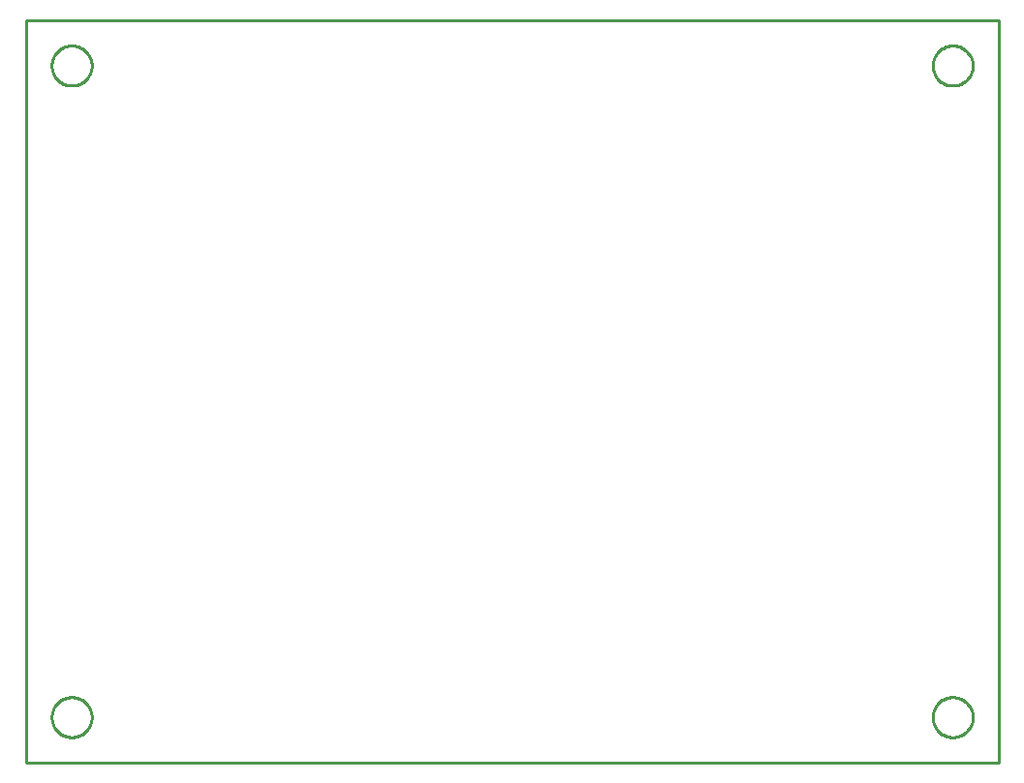
<source format=gbr>
G04 EAGLE Gerber RS-274X export*
G75*
%MOMM*%
%FSLAX34Y34*%
%LPD*%
%AMOC8*
5,1,8,0,0,1.08239X$1,22.5*%
G01*
%ADD10C,0.254000*%


D10*
X0Y0D02*
X850000Y0D01*
X850000Y650000D01*
X0Y650000D01*
X0Y0D01*
X57500Y39427D02*
X57425Y38284D01*
X57276Y37148D01*
X57052Y36024D01*
X56755Y34917D01*
X56387Y33832D01*
X55949Y32774D01*
X55442Y31746D01*
X54869Y30754D01*
X54232Y29801D01*
X53535Y28892D01*
X52779Y28031D01*
X51969Y27221D01*
X51108Y26465D01*
X50199Y25768D01*
X49246Y25131D01*
X48254Y24558D01*
X47226Y24051D01*
X46168Y23613D01*
X45083Y23245D01*
X43976Y22948D01*
X42852Y22725D01*
X41716Y22575D01*
X40573Y22500D01*
X39427Y22500D01*
X38284Y22575D01*
X37148Y22725D01*
X36024Y22948D01*
X34917Y23245D01*
X33832Y23613D01*
X32774Y24051D01*
X31746Y24558D01*
X30754Y25131D01*
X29801Y25768D01*
X28892Y26465D01*
X28031Y27221D01*
X27221Y28031D01*
X26465Y28892D01*
X25768Y29801D01*
X25131Y30754D01*
X24558Y31746D01*
X24051Y32774D01*
X23613Y33832D01*
X23245Y34917D01*
X22948Y36024D01*
X22725Y37148D01*
X22575Y38284D01*
X22500Y39427D01*
X22500Y40573D01*
X22575Y41716D01*
X22725Y42852D01*
X22948Y43976D01*
X23245Y45083D01*
X23613Y46168D01*
X24051Y47226D01*
X24558Y48254D01*
X25131Y49246D01*
X25768Y50199D01*
X26465Y51108D01*
X27221Y51969D01*
X28031Y52779D01*
X28892Y53535D01*
X29801Y54232D01*
X30754Y54869D01*
X31746Y55442D01*
X32774Y55949D01*
X33832Y56387D01*
X34917Y56755D01*
X36024Y57052D01*
X37148Y57276D01*
X38284Y57425D01*
X39427Y57500D01*
X40573Y57500D01*
X41716Y57425D01*
X42852Y57276D01*
X43976Y57052D01*
X45083Y56755D01*
X46168Y56387D01*
X47226Y55949D01*
X48254Y55442D01*
X49246Y54869D01*
X50199Y54232D01*
X51108Y53535D01*
X51969Y52779D01*
X52779Y51969D01*
X53535Y51108D01*
X54232Y50199D01*
X54869Y49246D01*
X55442Y48254D01*
X55949Y47226D01*
X56387Y46168D01*
X56755Y45083D01*
X57052Y43976D01*
X57276Y42852D01*
X57425Y41716D01*
X57500Y40573D01*
X57500Y39427D01*
X827500Y39427D02*
X827425Y38284D01*
X827276Y37148D01*
X827052Y36024D01*
X826755Y34917D01*
X826387Y33832D01*
X825949Y32774D01*
X825442Y31746D01*
X824869Y30754D01*
X824232Y29801D01*
X823535Y28892D01*
X822779Y28031D01*
X821969Y27221D01*
X821108Y26465D01*
X820199Y25768D01*
X819246Y25131D01*
X818254Y24558D01*
X817226Y24051D01*
X816168Y23613D01*
X815083Y23245D01*
X813976Y22948D01*
X812852Y22725D01*
X811716Y22575D01*
X810573Y22500D01*
X809427Y22500D01*
X808284Y22575D01*
X807148Y22725D01*
X806024Y22948D01*
X804917Y23245D01*
X803832Y23613D01*
X802774Y24051D01*
X801746Y24558D01*
X800754Y25131D01*
X799801Y25768D01*
X798892Y26465D01*
X798031Y27221D01*
X797221Y28031D01*
X796465Y28892D01*
X795768Y29801D01*
X795131Y30754D01*
X794558Y31746D01*
X794051Y32774D01*
X793613Y33832D01*
X793245Y34917D01*
X792948Y36024D01*
X792725Y37148D01*
X792575Y38284D01*
X792500Y39427D01*
X792500Y40573D01*
X792575Y41716D01*
X792725Y42852D01*
X792948Y43976D01*
X793245Y45083D01*
X793613Y46168D01*
X794051Y47226D01*
X794558Y48254D01*
X795131Y49246D01*
X795768Y50199D01*
X796465Y51108D01*
X797221Y51969D01*
X798031Y52779D01*
X798892Y53535D01*
X799801Y54232D01*
X800754Y54869D01*
X801746Y55442D01*
X802774Y55949D01*
X803832Y56387D01*
X804917Y56755D01*
X806024Y57052D01*
X807148Y57276D01*
X808284Y57425D01*
X809427Y57500D01*
X810573Y57500D01*
X811716Y57425D01*
X812852Y57276D01*
X813976Y57052D01*
X815083Y56755D01*
X816168Y56387D01*
X817226Y55949D01*
X818254Y55442D01*
X819246Y54869D01*
X820199Y54232D01*
X821108Y53535D01*
X821969Y52779D01*
X822779Y51969D01*
X823535Y51108D01*
X824232Y50199D01*
X824869Y49246D01*
X825442Y48254D01*
X825949Y47226D01*
X826387Y46168D01*
X826755Y45083D01*
X827052Y43976D01*
X827276Y42852D01*
X827425Y41716D01*
X827500Y40573D01*
X827500Y39427D01*
X57500Y609427D02*
X57425Y608284D01*
X57276Y607148D01*
X57052Y606024D01*
X56755Y604917D01*
X56387Y603832D01*
X55949Y602774D01*
X55442Y601746D01*
X54869Y600754D01*
X54232Y599801D01*
X53535Y598892D01*
X52779Y598031D01*
X51969Y597221D01*
X51108Y596465D01*
X50199Y595768D01*
X49246Y595131D01*
X48254Y594558D01*
X47226Y594051D01*
X46168Y593613D01*
X45083Y593245D01*
X43976Y592948D01*
X42852Y592725D01*
X41716Y592575D01*
X40573Y592500D01*
X39427Y592500D01*
X38284Y592575D01*
X37148Y592725D01*
X36024Y592948D01*
X34917Y593245D01*
X33832Y593613D01*
X32774Y594051D01*
X31746Y594558D01*
X30754Y595131D01*
X29801Y595768D01*
X28892Y596465D01*
X28031Y597221D01*
X27221Y598031D01*
X26465Y598892D01*
X25768Y599801D01*
X25131Y600754D01*
X24558Y601746D01*
X24051Y602774D01*
X23613Y603832D01*
X23245Y604917D01*
X22948Y606024D01*
X22725Y607148D01*
X22575Y608284D01*
X22500Y609427D01*
X22500Y610573D01*
X22575Y611716D01*
X22725Y612852D01*
X22948Y613976D01*
X23245Y615083D01*
X23613Y616168D01*
X24051Y617226D01*
X24558Y618254D01*
X25131Y619246D01*
X25768Y620199D01*
X26465Y621108D01*
X27221Y621969D01*
X28031Y622779D01*
X28892Y623535D01*
X29801Y624232D01*
X30754Y624869D01*
X31746Y625442D01*
X32774Y625949D01*
X33832Y626387D01*
X34917Y626755D01*
X36024Y627052D01*
X37148Y627276D01*
X38284Y627425D01*
X39427Y627500D01*
X40573Y627500D01*
X41716Y627425D01*
X42852Y627276D01*
X43976Y627052D01*
X45083Y626755D01*
X46168Y626387D01*
X47226Y625949D01*
X48254Y625442D01*
X49246Y624869D01*
X50199Y624232D01*
X51108Y623535D01*
X51969Y622779D01*
X52779Y621969D01*
X53535Y621108D01*
X54232Y620199D01*
X54869Y619246D01*
X55442Y618254D01*
X55949Y617226D01*
X56387Y616168D01*
X56755Y615083D01*
X57052Y613976D01*
X57276Y612852D01*
X57425Y611716D01*
X57500Y610573D01*
X57500Y609427D01*
X827500Y609427D02*
X827425Y608284D01*
X827276Y607148D01*
X827052Y606024D01*
X826755Y604917D01*
X826387Y603832D01*
X825949Y602774D01*
X825442Y601746D01*
X824869Y600754D01*
X824232Y599801D01*
X823535Y598892D01*
X822779Y598031D01*
X821969Y597221D01*
X821108Y596465D01*
X820199Y595768D01*
X819246Y595131D01*
X818254Y594558D01*
X817226Y594051D01*
X816168Y593613D01*
X815083Y593245D01*
X813976Y592948D01*
X812852Y592725D01*
X811716Y592575D01*
X810573Y592500D01*
X809427Y592500D01*
X808284Y592575D01*
X807148Y592725D01*
X806024Y592948D01*
X804917Y593245D01*
X803832Y593613D01*
X802774Y594051D01*
X801746Y594558D01*
X800754Y595131D01*
X799801Y595768D01*
X798892Y596465D01*
X798031Y597221D01*
X797221Y598031D01*
X796465Y598892D01*
X795768Y599801D01*
X795131Y600754D01*
X794558Y601746D01*
X794051Y602774D01*
X793613Y603832D01*
X793245Y604917D01*
X792948Y606024D01*
X792725Y607148D01*
X792575Y608284D01*
X792500Y609427D01*
X792500Y610573D01*
X792575Y611716D01*
X792725Y612852D01*
X792948Y613976D01*
X793245Y615083D01*
X793613Y616168D01*
X794051Y617226D01*
X794558Y618254D01*
X795131Y619246D01*
X795768Y620199D01*
X796465Y621108D01*
X797221Y621969D01*
X798031Y622779D01*
X798892Y623535D01*
X799801Y624232D01*
X800754Y624869D01*
X801746Y625442D01*
X802774Y625949D01*
X803832Y626387D01*
X804917Y626755D01*
X806024Y627052D01*
X807148Y627276D01*
X808284Y627425D01*
X809427Y627500D01*
X810573Y627500D01*
X811716Y627425D01*
X812852Y627276D01*
X813976Y627052D01*
X815083Y626755D01*
X816168Y626387D01*
X817226Y625949D01*
X818254Y625442D01*
X819246Y624869D01*
X820199Y624232D01*
X821108Y623535D01*
X821969Y622779D01*
X822779Y621969D01*
X823535Y621108D01*
X824232Y620199D01*
X824869Y619246D01*
X825442Y618254D01*
X825949Y617226D01*
X826387Y616168D01*
X826755Y615083D01*
X827052Y613976D01*
X827276Y612852D01*
X827425Y611716D01*
X827500Y610573D01*
X827500Y609427D01*
M02*

</source>
